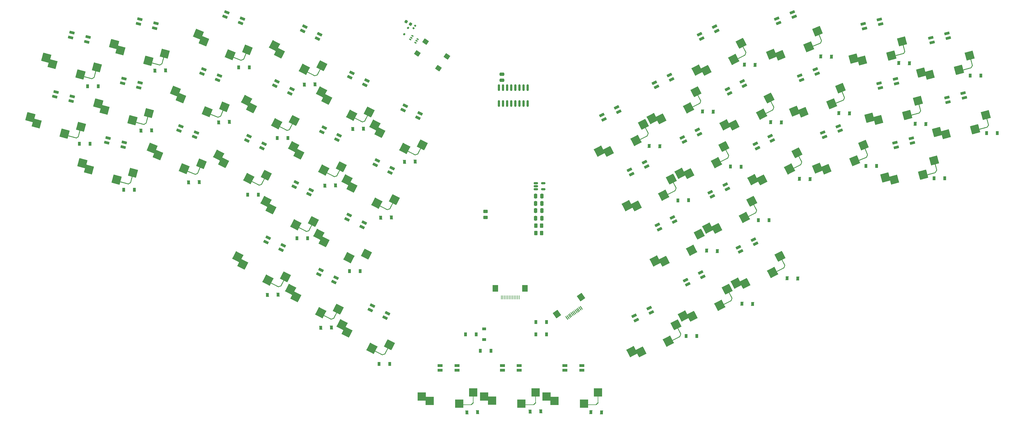
<source format=gbr>
%TF.GenerationSoftware,KiCad,Pcbnew,(6.0.4)*%
%TF.CreationDate,2023-01-08T04:04:53+01:00*%
%TF.ProjectId,Zazu,5a617a75-2e6b-4696-9361-645f70636258,rev?*%
%TF.SameCoordinates,Original*%
%TF.FileFunction,Paste,Bot*%
%TF.FilePolarity,Positive*%
%FSLAX46Y46*%
G04 Gerber Fmt 4.6, Leading zero omitted, Abs format (unit mm)*
G04 Created by KiCad (PCBNEW (6.0.4)) date 2023-01-08 04:04:53*
%MOMM*%
%LPD*%
G01*
G04 APERTURE LIST*
G04 Aperture macros list*
%AMRoundRect*
0 Rectangle with rounded corners*
0 $1 Rounding radius*
0 $2 $3 $4 $5 $6 $7 $8 $9 X,Y pos of 4 corners*
0 Add a 4 corners polygon primitive as box body*
4,1,4,$2,$3,$4,$5,$6,$7,$8,$9,$2,$3,0*
0 Add four circle primitives for the rounded corners*
1,1,$1+$1,$2,$3*
1,1,$1+$1,$4,$5*
1,1,$1+$1,$6,$7*
1,1,$1+$1,$8,$9*
0 Add four rect primitives between the rounded corners*
20,1,$1+$1,$2,$3,$4,$5,0*
20,1,$1+$1,$4,$5,$6,$7,0*
20,1,$1+$1,$6,$7,$8,$9,0*
20,1,$1+$1,$8,$9,$2,$3,0*%
%AMRotRect*
0 Rectangle, with rotation*
0 The origin of the aperture is its center*
0 $1 length*
0 $2 width*
0 $3 Rotation angle, in degrees counterclockwise*
0 Add horizontal line*
21,1,$1,$2,0,0,$3*%
G04 Aperture macros list end*
%ADD10RoundRect,0.082000X-0.718000X0.328000X-0.718000X-0.328000X0.718000X-0.328000X0.718000X0.328000X0*%
%ADD11RotRect,2.600000X2.600000X165.000000*%
%ADD12RotRect,2.550000X2.500000X165.000000*%
%ADD13RotRect,3.000000X0.250000X345.000000*%
%ADD14RoundRect,0.062500X-0.347636X-0.272877X0.410136X0.164623X0.347636X0.272877X-0.410136X-0.164623X0*%
%ADD15RotRect,4.000000X0.250000X75.000000*%
%ADD16RotRect,2.550000X2.500000X207.000000*%
%ADD17RotRect,2.600000X2.600000X207.000000*%
%ADD18RotRect,3.000000X0.250000X27.000000*%
%ADD19RoundRect,0.062500X-0.075754X-0.435401X0.194636X0.396774X0.075754X0.435401X-0.194636X-0.396774X0*%
%ADD20RotRect,4.000000X0.250000X117.000000*%
%ADD21RoundRect,0.082000X-0.778427X0.130992X-0.608642X-0.502656X0.778427X-0.130992X0.608642X0.502656X0*%
%ADD22RotRect,2.600000X2.600000X195.000000*%
%ADD23RotRect,2.550000X2.500000X195.000000*%
%ADD24RotRect,4.000000X0.250000X105.000000*%
%ADD25RoundRect,0.062500X-0.164623X-0.410136X0.272877X0.347636X0.164623X0.410136X-0.272877X-0.347636X0*%
%ADD26RotRect,3.000000X0.250000X15.000000*%
%ADD27RoundRect,0.082000X-0.490834X0.618215X-0.788652X0.033715X0.490834X-0.618215X0.788652X-0.033715X0*%
%ADD28RoundRect,0.082000X-0.788652X-0.033715X-0.490834X-0.618215X0.788652X0.033715X0.490834X0.618215X0*%
%ADD29RotRect,2.600000X2.600000X153.000000*%
%ADD30RotRect,2.550000X2.500000X153.000000*%
%ADD31RoundRect,0.082000X-0.608642X0.502656X-0.778427X-0.130992X0.608642X-0.502656X0.778427X0.130992X0*%
%ADD32RotRect,4.000000X0.250000X63.000000*%
%ADD33RoundRect,0.062500X-0.396774X-0.194636X0.435401X0.075754X0.396774X0.194636X-0.435401X-0.075754X0*%
%ADD34RotRect,3.000000X0.250000X333.000000*%
%ADD35R,2.600000X2.600000*%
%ADD36R,2.550000X2.500000*%
%ADD37R,3.000000X0.250000*%
%ADD38R,0.250000X4.000000*%
%ADD39RoundRect,0.062500X-0.265165X-0.353553X0.353553X0.265165X0.265165X0.353553X-0.353553X-0.265165X0*%
%ADD40RoundRect,0.082000X-0.788589X0.035149X-0.542847X-0.573084X0.788589X-0.035149X0.542847X0.573084X0*%
%ADD41RotRect,2.600000X2.600000X202.000000*%
%ADD42RotRect,2.550000X2.500000X202.000000*%
%ADD43RotRect,3.000000X0.250000X22.000000*%
%ADD44RotRect,4.000000X0.250000X112.000000*%
%ADD45RoundRect,0.062500X-0.113413X-0.427142X0.228476X0.378300X0.113413X0.427142X-0.228476X-0.378300X0*%
%ADD46RotRect,2.550000X2.500000X158.000000*%
%ADD47RotRect,2.600000X2.600000X158.000000*%
%ADD48RotRect,3.000000X0.250000X338.000000*%
%ADD49RotRect,4.000000X0.250000X68.000000*%
%ADD50RoundRect,0.062500X-0.378300X-0.228476X0.427142X0.113413X0.378300X0.228476X-0.427142X-0.113413X0*%
%ADD51RoundRect,0.082000X-0.542847X0.573084X-0.788589X-0.035149X0.542847X-0.573084X0.788589X0.035149X0*%
%ADD52RotRect,0.900000X1.200000X358.000000*%
%ADD53R,0.900000X1.200000*%
%ADD54RotRect,0.650000X0.400000X148.000000*%
%ADD55RoundRect,0.150000X0.034471X-0.227896X0.219943X0.068921X-0.034471X0.227896X-0.219943X-0.068921X0*%
%ADD56RoundRect,0.250000X0.250000X0.475000X-0.250000X0.475000X-0.250000X-0.475000X0.250000X-0.475000X0*%
%ADD57R,0.280000X1.250000*%
%ADD58R,1.800000X2.000000*%
%ADD59RotRect,0.900000X1.200000X2.000000*%
%ADD60RoundRect,0.150000X0.150000X-0.825000X0.150000X0.825000X-0.150000X0.825000X-0.150000X-0.825000X0*%
%ADD61RoundRect,0.140000X-0.069979X0.208813X-0.218357X-0.028640X0.069979X-0.208813X0.218357X0.028640X0*%
%ADD62RotRect,0.280000X1.250000X35.000000*%
%ADD63RotRect,1.800000X2.000000X35.000000*%
%ADD64RoundRect,0.250000X0.262500X0.450000X-0.262500X0.450000X-0.262500X-0.450000X0.262500X-0.450000X0*%
%ADD65RoundRect,0.250000X-0.262500X-0.450000X0.262500X-0.450000X0.262500X0.450000X-0.262500X0.450000X0*%
%ADD66RotRect,0.900000X1.200000X1.000000*%
%ADD67RoundRect,0.250000X0.450000X-0.262500X0.450000X0.262500X-0.450000X0.262500X-0.450000X-0.262500X0*%
%ADD68RoundRect,0.218750X-0.321302X-0.101392X0.049719X-0.333232X0.321302X0.101392X-0.049719X0.333232X0*%
%ADD69RotRect,0.900000X1.200000X359.000000*%
%ADD70R,1.200000X0.900000*%
%ADD71RoundRect,0.250000X-0.250000X-0.475000X0.250000X-0.475000X0.250000X0.475000X-0.250000X0.475000X0*%
%ADD72RoundRect,0.150000X-0.512500X-0.150000X0.512500X-0.150000X0.512500X0.150000X-0.512500X0.150000X0*%
%ADD73RoundRect,0.250000X0.475000X-0.250000X0.475000X0.250000X-0.475000X0.250000X-0.475000X-0.250000X0*%
%ADD74RotRect,1.600000X1.400000X325.000000*%
G04 APERTURE END LIST*
D10*
%TO.C,D73*%
X239840436Y-173514437D03*
X239840436Y-175014437D03*
X245040436Y-175014437D03*
X245040436Y-173514437D03*
%TD*%
D11*
%TO.C,SW7*%
X95429014Y-92557285D03*
D12*
X97431697Y-94474244D03*
D11*
X106012871Y-97674253D03*
D13*
X108154148Y-98604182D03*
D14*
X109939451Y-98783023D03*
D15*
X110805368Y-96675723D03*
D12*
X111095576Y-95502444D03*
%TD*%
D16*
%TO.C,SW26*%
X295560952Y-148119292D03*
D17*
X292789973Y-148034770D03*
D18*
X306292755Y-144013713D03*
D19*
X307739161Y-142952018D03*
D16*
X306403194Y-139740473D03*
D17*
X304079231Y-144755436D03*
D20*
X306972603Y-140806577D03*
%TD*%
D21*
%TO.C,D42*%
X341967477Y-104647526D03*
X342355705Y-106096415D03*
X347378520Y-104750556D03*
X346990291Y-103301667D03*
%TD*%
D12*
%TO.C,SW40*%
X92558887Y-112891891D03*
D11*
X90556204Y-110974932D03*
D15*
X105932558Y-115093370D03*
D13*
X103281338Y-117021829D03*
D14*
X105066641Y-117200670D03*
D12*
X106222766Y-113920091D03*
D11*
X101140061Y-116091900D03*
%TD*%
D22*
%TO.C,SW44*%
X354997140Y-101350328D03*
D23*
X357689993Y-102009123D03*
D24*
X370372672Y-97228823D03*
D22*
X366721513Y-100489825D03*
D25*
X370676416Y-99486757D03*
D26*
X369040879Y-100224528D03*
D23*
X370037360Y-96067629D03*
%TD*%
D22*
%TO.C,SW34*%
X329112229Y-78602702D03*
D23*
X331805082Y-79261497D03*
D24*
X344487761Y-74481197D03*
D23*
X344152449Y-73320003D03*
D22*
X340836602Y-77742199D03*
D25*
X344791505Y-76739131D03*
D26*
X343155968Y-77476902D03*
%TD*%
D27*
%TO.C,D85*%
X148049543Y-133999589D03*
X147368557Y-135336098D03*
X152001791Y-137696849D03*
X152682777Y-136360339D03*
%TD*%
D11*
%TO.C,SW39*%
X74445642Y-96750932D03*
D12*
X76448325Y-98667891D03*
D11*
X85029499Y-101867900D03*
D13*
X87170776Y-102797829D03*
D12*
X90112204Y-99696091D03*
D14*
X88956079Y-102976670D03*
D15*
X89821996Y-100869370D03*
%TD*%
D21*
%TO.C,D56*%
X337039123Y-86244201D03*
X337427351Y-87693090D03*
X342450166Y-86347231D03*
X342061937Y-84898342D03*
%TD*%
D28*
%TO.C,D50*%
X251211132Y-96101430D03*
X251892118Y-97437940D03*
X256525352Y-95077189D03*
X255844366Y-93740680D03*
%TD*%
D29*
%TO.C,SW20*%
X163741242Y-132956793D03*
D30*
X165301602Y-135248243D03*
X178453119Y-139094854D03*
D29*
X173029938Y-140162451D03*
%TD*%
D28*
%TO.C,D57*%
X267513306Y-86059334D03*
X268194292Y-87395844D03*
X272827526Y-85035093D03*
X272146540Y-83698584D03*
%TD*%
D31*
%TO.C,D48*%
X98517320Y-103190161D03*
X98129091Y-104639050D03*
X103151906Y-105984909D03*
X103540134Y-104536020D03*
%TD*%
D21*
%TO.C,D49*%
X357999283Y-90627961D03*
X358387511Y-92076850D03*
X363410326Y-90730991D03*
X363022097Y-89282102D03*
%TD*%
D16*
%TO.C,SW21*%
X279224413Y-158291101D03*
D17*
X276453434Y-158206579D03*
D19*
X291402622Y-153123827D03*
D20*
X290636064Y-150978386D03*
D18*
X289956216Y-154185522D03*
D17*
X287742692Y-154927245D03*
D16*
X290066655Y-149912282D03*
%TD*%
D31*
%TO.C,D46*%
X87301632Y-70632043D03*
X86913403Y-72080932D03*
X91936218Y-73426791D03*
X92324446Y-71977902D03*
%TD*%
D23*
%TO.C,SW43*%
X341658187Y-116028688D03*
D22*
X338965334Y-115369893D03*
D25*
X354644610Y-113506322D03*
D24*
X354340866Y-111248388D03*
D23*
X354005554Y-110087194D03*
D26*
X353009073Y-114244093D03*
D22*
X350689707Y-114509390D03*
%TD*%
D17*
%TO.C,SW23*%
X267766347Y-141175660D03*
D16*
X270537326Y-141260182D03*
D17*
X279055605Y-137896326D03*
D16*
X281379568Y-132881363D03*
%TD*%
D28*
%TO.C,D51*%
X293496559Y-136926574D03*
X294177545Y-138263084D03*
X298810779Y-135902333D03*
X298129793Y-134565824D03*
%TD*%
D17*
%TO.C,SW25*%
X275432539Y-114096653D03*
D16*
X278203518Y-114181175D03*
X289045760Y-105802356D03*
D18*
X288935321Y-110075596D03*
D20*
X289615169Y-106868460D03*
D17*
X286721797Y-110817319D03*
D19*
X290381727Y-109013901D03*
%TD*%
D30*
%TO.C,SW4*%
X151525731Y-76979940D03*
D29*
X149965371Y-74688490D03*
D30*
X164677248Y-80826551D03*
D29*
X159254067Y-81894148D03*
D32*
X164149442Y-81913854D03*
D33*
X162864315Y-83795070D03*
D34*
X161155210Y-83248952D03*
%TD*%
D27*
%TO.C,D61*%
X150741594Y-85660019D03*
X150060608Y-86996528D03*
X154693842Y-89357279D03*
X155374828Y-88020769D03*
%TD*%
%TO.C,D84*%
X173146933Y-126997347D03*
X172465947Y-128333856D03*
X177099181Y-130694607D03*
X177780167Y-129358097D03*
%TD*%
D31*
%TO.C,D91*%
X82406758Y-88966161D03*
X82018529Y-90415050D03*
X87041344Y-91760909D03*
X87429572Y-90312020D03*
%TD*%
D27*
%TO.C,D90*%
X190426234Y-93211642D03*
X189745248Y-94548151D03*
X194378482Y-96908902D03*
X195059468Y-95572392D03*
%TD*%
D30*
%TO.C,SW8*%
X166144939Y-91276920D03*
D29*
X164584579Y-88985470D03*
D34*
X175774418Y-97545932D03*
D32*
X178768650Y-96210834D03*
D30*
X179296456Y-95123531D03*
D33*
X177483523Y-98092050D03*
D29*
X173873275Y-96191128D03*
%TD*%
D31*
%TO.C,D83*%
X103386944Y-84775086D03*
X102998715Y-86223975D03*
X108021530Y-87569834D03*
X108409758Y-86120945D03*
%TD*%
D35*
%TO.C,SW22*%
X234167848Y-183091129D03*
D36*
X236598436Y-184424437D03*
X250062848Y-181881129D03*
D37*
X248024436Y-185638476D03*
D38*
X250086195Y-183089541D03*
D39*
X249795192Y-185349153D03*
D35*
X245715437Y-185294437D03*
%TD*%
D10*
%TO.C,D59*%
X201234852Y-173514438D03*
X201234852Y-175014438D03*
X206434852Y-175014438D03*
X206434852Y-173514438D03*
%TD*%
D40*
%TO.C,D88*%
X319612761Y-101489393D03*
X320174670Y-102880169D03*
X324996026Y-100932215D03*
X324434117Y-99541439D03*
%TD*%
D27*
%TO.C,D67*%
X159367411Y-68730898D03*
X158686425Y-70067407D03*
X163319659Y-72428158D03*
X164000645Y-71091648D03*
%TD*%
D41*
%TO.C,SW33*%
X310823193Y-94877241D03*
D42*
X313576261Y-95202948D03*
D43*
X324625050Y-92048331D03*
D41*
X322355305Y-92594310D03*
D44*
X325581833Y-88912651D03*
D42*
X325107507Y-87800977D03*
D45*
X326158485Y-91116738D03*
%TD*%
D29*
%TO.C,SW16*%
X155017827Y-149995069D03*
D30*
X156578187Y-152286519D03*
D34*
X166207666Y-158555531D03*
D33*
X167916771Y-159101649D03*
D30*
X169729704Y-156133130D03*
D29*
X164306523Y-157200727D03*
D32*
X169201898Y-157220433D03*
%TD*%
D17*
%TO.C,SW28*%
X280756050Y-82202906D03*
D16*
X283527029Y-82287428D03*
D18*
X294258832Y-78181849D03*
D20*
X294938680Y-74974713D03*
D17*
X292045308Y-78923572D03*
D19*
X295705238Y-77120154D03*
D16*
X294369271Y-73908609D03*
%TD*%
D29*
%TO.C,SW5*%
X141339553Y-91617611D03*
D30*
X142899913Y-93909061D03*
D29*
X150628249Y-98823269D03*
D33*
X154238497Y-100724191D03*
D30*
X156051430Y-97755672D03*
D32*
X155523624Y-98842975D03*
D34*
X152529392Y-100178073D03*
%TD*%
D28*
%TO.C,D72*%
X298714270Y-104952957D03*
X299395256Y-106289467D03*
X304028490Y-103928716D03*
X303347504Y-102592207D03*
%TD*%
D10*
%TO.C,D66*%
X220514848Y-173511130D03*
X220514848Y-175011130D03*
X225714848Y-175011130D03*
X225714848Y-173511130D03*
%TD*%
D29*
%TO.C,SW15*%
X147332941Y-122843722D03*
D30*
X148893301Y-125135172D03*
D34*
X158522780Y-131404184D03*
D32*
X161517012Y-130069086D03*
D30*
X162044818Y-128981783D03*
D33*
X160231885Y-131950302D03*
D29*
X156621637Y-130049380D03*
%TD*%
D23*
%TO.C,SW45*%
X352722629Y-83602417D03*
D22*
X350029776Y-82943622D03*
D24*
X365405308Y-78822117D03*
D23*
X365069996Y-77660923D03*
D26*
X364073515Y-81817822D03*
D22*
X361754149Y-82083119D03*
D25*
X365709052Y-81080051D03*
%TD*%
D28*
%TO.C,D44*%
X259836951Y-113030556D03*
X260517937Y-114367066D03*
X265151171Y-112006315D03*
X264470185Y-110669806D03*
%TD*%
%TO.C,D65*%
X284764942Y-119917586D03*
X285445928Y-121254096D03*
X290079162Y-118893345D03*
X289398176Y-117556836D03*
%TD*%
D27*
%TO.C,D41*%
X164419867Y-144037476D03*
X163738881Y-145373985D03*
X168372115Y-147734736D03*
X169053101Y-146398226D03*
%TD*%
D22*
%TO.C,SW31*%
X334038454Y-96962749D03*
D23*
X336731307Y-97621544D03*
D26*
X348082193Y-95836949D03*
D25*
X349717730Y-95099178D03*
D23*
X349078674Y-91680050D03*
D22*
X345762827Y-96102246D03*
D24*
X349413986Y-92841244D03*
%TD*%
D30*
%TO.C,SW41*%
X172437431Y-163256079D03*
D29*
X170877071Y-160964629D03*
D33*
X183776015Y-170071209D03*
D32*
X185061142Y-168189993D03*
D30*
X185588948Y-167102690D03*
D29*
X180165767Y-168170287D03*
D34*
X182066910Y-169525091D03*
%TD*%
D16*
%TO.C,SW30*%
X300778663Y-116145675D03*
D17*
X298007684Y-116061153D03*
D18*
X311510466Y-112040096D03*
D17*
X309296942Y-112781819D03*
D16*
X311620905Y-107766856D03*
D20*
X312190314Y-108832960D03*
D19*
X312956872Y-110978401D03*
%TD*%
D16*
%TO.C,SW42*%
X263340828Y-169349461D03*
D17*
X260569849Y-169264939D03*
D18*
X274072631Y-165243882D03*
D17*
X271859107Y-165985605D03*
D19*
X275519037Y-164182187D03*
D16*
X274183070Y-160970642D03*
D20*
X274752479Y-162036746D03*
%TD*%
D28*
%TO.C,D64*%
X281462634Y-71094710D03*
X282143620Y-72431220D03*
X286776854Y-70070469D03*
X286095868Y-68733960D03*
%TD*%
D46*
%TO.C,SW6*%
X113936623Y-108438711D03*
D47*
X112182487Y-106291975D03*
D46*
X127373348Y-111124454D03*
D47*
X122063851Y-112660649D03*
D48*
X124075838Y-113844603D03*
D49*
X126942316Y-112253620D03*
D50*
X125826037Y-114239684D03*
%TD*%
D36*
%TO.C,SW12*%
X197992854Y-184424439D03*
D35*
X195562266Y-183091131D03*
D38*
X211480613Y-183089543D03*
D36*
X211457266Y-181881131D03*
D35*
X207109855Y-185294439D03*
D37*
X209418854Y-185638478D03*
D39*
X211189610Y-185349155D03*
%TD*%
D27*
%TO.C,D54*%
X165360798Y-99957003D03*
X164679812Y-101293512D03*
X169313046Y-103654263D03*
X169994032Y-102317753D03*
%TD*%
D46*
%TO.C,SW1*%
X128171668Y-73205723D03*
D47*
X126417532Y-71058987D03*
X136298896Y-77427661D03*
D46*
X141608393Y-75891466D03*
D48*
X138310883Y-78611615D03*
D50*
X140061082Y-79006696D03*
D49*
X141177361Y-77020632D03*
%TD*%
D40*
%TO.C,D71*%
X305377714Y-66256406D03*
X305939623Y-67647182D03*
X310760979Y-65699228D03*
X310199070Y-64308452D03*
%TD*%
D27*
%TO.C,D69*%
X156734981Y-116886128D03*
X156053995Y-118222637D03*
X160687229Y-120583388D03*
X161368215Y-119246878D03*
%TD*%
D28*
%TO.C,D58*%
X268473580Y-130063421D03*
X269154566Y-131399931D03*
X273787800Y-129039180D03*
X273106814Y-127702671D03*
%TD*%
%TO.C,D86*%
X276139123Y-102988458D03*
X276820109Y-104324968D03*
X281453343Y-101964217D03*
X280772357Y-100627708D03*
%TD*%
D30*
%TO.C,SW11*%
X140207861Y-142248634D03*
D29*
X138647501Y-139957184D03*
D32*
X152831572Y-147182548D03*
D34*
X149837340Y-148517646D03*
D33*
X151546445Y-149063764D03*
D30*
X153359378Y-146095245D03*
D29*
X147936197Y-147162842D03*
%TD*%
D27*
%TO.C,D52*%
X180282762Y-155005183D03*
X179601776Y-156341692D03*
X184235010Y-158702443D03*
X184915996Y-157365933D03*
%TD*%
D40*
%TO.C,D63*%
X312495235Y-83872898D03*
X313057144Y-85263674D03*
X317878500Y-83315720D03*
X317316591Y-81924944D03*
%TD*%
D16*
%TO.C,SW19*%
X261901344Y-124223275D03*
D17*
X259130365Y-124138753D03*
D16*
X272743586Y-115844456D03*
D18*
X272633147Y-120117696D03*
D20*
X273312995Y-116910560D03*
D19*
X274079553Y-119056001D03*
D17*
X270419623Y-120859419D03*
%TD*%
D27*
%TO.C,D62*%
X142115772Y-102589145D03*
X141434786Y-103925654D03*
X146068020Y-106286405D03*
X146749006Y-104949895D03*
%TD*%
D12*
%TO.C,SW3*%
X102341746Y-76103855D03*
D11*
X100339063Y-74186896D03*
D12*
X116005625Y-77132055D03*
D11*
X110922920Y-79303864D03*
D15*
X115715417Y-78305334D03*
D13*
X113064197Y-80233793D03*
D14*
X114849500Y-80412634D03*
%TD*%
D21*
%TO.C,D87*%
X332112898Y-67884155D03*
X332501126Y-69333044D03*
X337523941Y-67987185D03*
X337135712Y-66538296D03*
%TD*%
D51*
%TO.C,D60*%
X135264557Y-64304622D03*
X134702648Y-65695398D03*
X139524004Y-67643352D03*
X140085913Y-66252576D03*
%TD*%
D29*
%TO.C,SW10*%
X132713733Y-108546737D03*
D30*
X134274093Y-110838187D03*
D33*
X145612677Y-117653317D03*
D30*
X147425610Y-114684798D03*
D34*
X143903572Y-117107199D03*
D29*
X142002429Y-115752395D03*
D32*
X146897804Y-115772101D03*
%TD*%
D41*
%TO.C,SW32*%
X303705673Y-77260749D03*
D42*
X306458741Y-77586456D03*
D43*
X317507530Y-74431839D03*
D42*
X317989987Y-70184485D03*
D45*
X319040965Y-73500246D03*
D41*
X315237785Y-74977818D03*
D44*
X318464313Y-71296159D03*
%TD*%
D21*
%TO.C,D92*%
X353031919Y-72221255D03*
X353420147Y-73670144D03*
X358442962Y-72324285D03*
X358054733Y-70875396D03*
%TD*%
D29*
%TO.C,SW9*%
X155958757Y-105914597D03*
D30*
X157519117Y-108206047D03*
D33*
X168857701Y-115021177D03*
D30*
X170670634Y-112052658D03*
D29*
X165247453Y-113120255D03*
D32*
X170142828Y-113139961D03*
D34*
X167148596Y-114475059D03*
%TD*%
D30*
%TO.C,SW13*%
X182584553Y-101460685D03*
D29*
X181024193Y-99169235D03*
X190312889Y-106374893D03*
D33*
X193923137Y-108275815D03*
D34*
X192214032Y-107729697D03*
D30*
X195736070Y-105307296D03*
D32*
X195208264Y-106394599D03*
%TD*%
D27*
%TO.C,D47*%
X181800412Y-110140765D03*
X181119426Y-111477274D03*
X185752660Y-113838025D03*
X186433646Y-112501515D03*
%TD*%
D11*
%TO.C,SW38*%
X79340516Y-78416814D03*
D12*
X81343199Y-80333773D03*
X95007078Y-81361973D03*
D14*
X93850953Y-84642552D03*
D13*
X92065650Y-84463711D03*
D11*
X89924373Y-83533782D03*
D15*
X94716870Y-82535252D03*
%TD*%
D16*
%TO.C,SW18*%
X253275524Y-107294149D03*
D17*
X250504545Y-107209627D03*
D18*
X264007327Y-103188570D03*
D16*
X264117766Y-98915330D03*
D17*
X261793803Y-103930293D03*
D20*
X264687175Y-99981434D03*
D19*
X265453733Y-102126875D03*
%TD*%
D28*
%TO.C,D89*%
X261277082Y-158152700D03*
X261958068Y-159489210D03*
X266591302Y-157128459D03*
X265910316Y-155791950D03*
%TD*%
D16*
%TO.C,SW24*%
X269577697Y-97252052D03*
D17*
X266806718Y-97167530D03*
D19*
X281755906Y-92084778D03*
D18*
X280309500Y-93146473D03*
D20*
X280989348Y-89939337D03*
D16*
X280419939Y-88873233D03*
D17*
X278095976Y-93888196D03*
%TD*%
D36*
%TO.C,SW17*%
X217272848Y-184421130D03*
D35*
X214842260Y-183087822D03*
D39*
X230469604Y-185345846D03*
D36*
X230737260Y-181877822D03*
D38*
X230760607Y-183086234D03*
D35*
X226389849Y-185291130D03*
D37*
X228698848Y-185635169D03*
%TD*%
D28*
%TO.C,D70*%
X290088454Y-88023835D03*
X290769440Y-89360345D03*
X295402674Y-86999594D03*
X294721688Y-85663085D03*
%TD*%
%TO.C,D45*%
X277160020Y-147098382D03*
X277841006Y-148434892D03*
X282474240Y-146074141D03*
X281793254Y-144737632D03*
%TD*%
D51*
%TO.C,D55*%
X121029509Y-99537609D03*
X120467600Y-100928385D03*
X125288956Y-102876339D03*
X125850865Y-101485563D03*
%TD*%
D16*
%TO.C,SW29*%
X292152847Y-99216553D03*
D17*
X289381868Y-99132031D03*
D19*
X304331056Y-94049279D03*
D16*
X302995089Y-90837734D03*
D18*
X302884650Y-95110974D03*
D20*
X303564498Y-91903838D03*
D17*
X300671126Y-95852697D03*
%TD*%
D41*
%TO.C,SW46*%
X317940720Y-112493735D03*
D42*
X320693788Y-112819442D03*
D45*
X333276012Y-108733232D03*
D44*
X332699360Y-106529145D03*
D42*
X332225034Y-105417471D03*
D43*
X331742577Y-109664825D03*
D41*
X329472832Y-110210804D03*
%TD*%
D46*
%TO.C,SW2*%
X121054435Y-90822625D03*
D47*
X119300299Y-88675889D03*
D49*
X134060128Y-94637534D03*
D48*
X131193650Y-96228517D03*
D46*
X134491160Y-93508368D03*
D47*
X129181663Y-95044563D03*
D50*
X132943849Y-96623598D03*
%TD*%
D31*
%TO.C,D53*%
X108296995Y-66404695D03*
X107908766Y-67853584D03*
X112931581Y-69199443D03*
X113319809Y-67750554D03*
%TD*%
D17*
%TO.C,SW27*%
X284058355Y-131025782D03*
D16*
X286829334Y-131110304D03*
D19*
X299007543Y-125943030D03*
D20*
X298240985Y-123797589D03*
D17*
X295347613Y-127746448D03*
D18*
X297561137Y-127004725D03*
D16*
X297671576Y-122731485D03*
%TD*%
D30*
%TO.C,SW14*%
X173958731Y-118389810D03*
D29*
X172398371Y-116098360D03*
D32*
X186582442Y-123323724D03*
D30*
X187110248Y-122236421D03*
D29*
X181687067Y-123304018D03*
D33*
X185297315Y-125204940D03*
D34*
X183588210Y-124658822D03*
%TD*%
D27*
%TO.C,D74*%
X173986620Y-83027877D03*
X173305634Y-84364386D03*
X177938868Y-86725137D03*
X178619854Y-85388627D03*
%TD*%
D51*
%TO.C,D68*%
X128147323Y-81921524D03*
X127585414Y-83312300D03*
X132406770Y-85260254D03*
X132968679Y-83869478D03*
%TD*%
D52*
%TO.C,D29*%
X303505441Y-98260854D03*
X306803431Y-98376022D03*
%TD*%
D53*
%TO.C,D39*%
X230860436Y-160040438D03*
X234160436Y-160040438D03*
%TD*%
D54*
%TO.C,U6*%
X194302529Y-72616630D03*
X193958082Y-73167861D03*
X193613634Y-73719093D03*
X192002343Y-72712246D03*
X192346790Y-72161015D03*
X192691238Y-71609783D03*
%TD*%
D55*
%TO.C,D40*%
X190131277Y-71078492D03*
X191323595Y-69170384D03*
%TD*%
D56*
%TO.C,C4*%
X232673275Y-121136078D03*
X230773275Y-121136078D03*
%TD*%
D53*
%TO.C,D15*%
X156946436Y-134132438D03*
X160246436Y-134132438D03*
%TD*%
D57*
%TO.C,J2*%
X220142000Y-152428000D03*
X220642000Y-152428000D03*
X221142000Y-152428000D03*
X221642000Y-152428000D03*
X222142000Y-152428000D03*
X222642000Y-152428000D03*
X223142000Y-152428000D03*
X223642000Y-152428000D03*
X224142000Y-152428000D03*
X224642000Y-152428000D03*
X225142000Y-152428000D03*
X225642000Y-152428000D03*
D58*
X227442000Y-149704000D03*
X218342000Y-149704000D03*
%TD*%
D59*
%TO.C,D3*%
X112972349Y-82374022D03*
X116270339Y-82258854D03*
%TD*%
D52*
%TO.C,D23*%
X283683441Y-137996854D03*
X286981431Y-138112022D03*
%TD*%
D60*
%TO.C,U2*%
X228286347Y-92557081D03*
X227016347Y-92557081D03*
X225746347Y-92557081D03*
X224476347Y-92557081D03*
X223206347Y-92557081D03*
X221936347Y-92557081D03*
X220666347Y-92557081D03*
X219396347Y-92557081D03*
X219396347Y-87607081D03*
X220666347Y-87607081D03*
X221936347Y-87607081D03*
X223206347Y-87607081D03*
X224476347Y-87607081D03*
X225746347Y-87607081D03*
X227016347Y-87607081D03*
X228286347Y-87607081D03*
%TD*%
D53*
%TO.C,D37*%
X213622000Y-168964003D03*
X216922000Y-168964003D03*
%TD*%
D61*
%TO.C,C6*%
X193521797Y-68447375D03*
X193013075Y-69261501D03*
%TD*%
D53*
%TO.C,D10*%
X141706436Y-120670438D03*
X145006436Y-120670438D03*
%TD*%
D59*
%TO.C,D9*%
X165583441Y-117934022D03*
X168881431Y-117818854D03*
%TD*%
D53*
%TO.C,D27*%
X299694436Y-128544438D03*
X302994436Y-128544438D03*
%TD*%
D62*
%TO.C,J1*%
X240409538Y-158811267D03*
X240819114Y-158524479D03*
X241228690Y-158237691D03*
X241638266Y-157950903D03*
X242047842Y-157664114D03*
X242457418Y-157377326D03*
X242866994Y-157090538D03*
X243276570Y-156803750D03*
X243686146Y-156516962D03*
X244095722Y-156230173D03*
X244505298Y-155943385D03*
X244914874Y-155656597D03*
D63*
X244826926Y-152392789D03*
X237372642Y-157612335D03*
%TD*%
D52*
%TO.C,D22*%
X247879441Y-187922854D03*
X251177431Y-188038022D03*
%TD*%
D64*
%TO.C,R1*%
X232635773Y-132566079D03*
X230810773Y-132566079D03*
%TD*%
D65*
%TO.C,R2*%
X230810775Y-130280080D03*
X232635775Y-130280080D03*
%TD*%
D66*
%TO.C,D19*%
X274802687Y-122477234D03*
X278102185Y-122419642D03*
%TD*%
D53*
%TO.C,D81*%
X370306436Y-101620438D03*
X373606436Y-101620438D03*
%TD*%
D52*
%TO.C,D21*%
X294615441Y-154394854D03*
X297913431Y-154510022D03*
%TD*%
D67*
%TO.C,R3*%
X215272001Y-127712503D03*
X215272001Y-125887503D03*
%TD*%
D53*
%TO.C,D82*%
X365226436Y-83840438D03*
X368526436Y-83840438D03*
%TD*%
%TO.C,D38*%
X230860436Y-163850438D03*
X234160436Y-163850438D03*
%TD*%
D59*
%TO.C,D16*%
X164313441Y-161876022D03*
X167611431Y-161760854D03*
%TD*%
D52*
%TO.C,D24*%
X282423441Y-94958854D03*
X285721431Y-95074022D03*
%TD*%
D59*
%TO.C,D17*%
X229083441Y-187784022D03*
X232381431Y-187668854D03*
%TD*%
D52*
%TO.C,D30*%
X312395441Y-115786854D03*
X315693431Y-115902022D03*
%TD*%
D59*
%TO.C,D7*%
X108687441Y-100916022D03*
X111985431Y-100800854D03*
%TD*%
D68*
%TO.C,F1*%
X190694598Y-67167127D03*
X192030274Y-68001749D03*
%TD*%
D53*
%TO.C,D80*%
X354050436Y-115590438D03*
X357350436Y-115590438D03*
%TD*%
D69*
%TO.C,D25*%
X291058687Y-112005642D03*
X294358185Y-112063234D03*
%TD*%
D70*
%TO.C,D35*%
X214857436Y-162234004D03*
X214857436Y-165534004D03*
%TD*%
D53*
%TO.C,D20*%
X173202436Y-144292438D03*
X176502436Y-144292438D03*
%TD*%
D59*
%TO.C,D6*%
X123419441Y-116918022D03*
X126717431Y-116802854D03*
%TD*%
%TO.C,D14*%
X182855441Y-127840022D03*
X186153431Y-127724854D03*
%TD*%
D52*
%TO.C,D34*%
X343129441Y-79972854D03*
X346427431Y-80088022D03*
%TD*%
D53*
%TO.C,D5*%
X150850436Y-103144438D03*
X154150436Y-103144438D03*
%TD*%
D71*
%TO.C,C3*%
X230773275Y-123422082D03*
X232673275Y-123422082D03*
%TD*%
D59*
%TO.C,D2*%
X132753441Y-98322022D03*
X136051431Y-98206854D03*
%TD*%
D52*
%TO.C,D18*%
X265913441Y-105626854D03*
X269211431Y-105742022D03*
%TD*%
D59*
%TO.C,D12*%
X209525441Y-188038022D03*
X212823431Y-187922854D03*
%TD*%
D53*
%TO.C,D1*%
X138912436Y-81300438D03*
X142212436Y-81300438D03*
%TD*%
%TO.C,D78*%
X182346436Y-172994438D03*
X185646436Y-172994438D03*
%TD*%
D52*
%TO.C,D32*%
X318999441Y-77940854D03*
X322297431Y-78056022D03*
%TD*%
D59*
%TO.C,D4*%
X159233441Y-86692022D03*
X162531431Y-86576854D03*
%TD*%
D53*
%TO.C,D77*%
X103352436Y-119146438D03*
X106652436Y-119146438D03*
%TD*%
%TO.C,D79*%
X277342436Y-164358438D03*
X280642436Y-164358438D03*
%TD*%
D52*
%TO.C,D28*%
X295377441Y-80480854D03*
X298675431Y-80596022D03*
%TD*%
D53*
%TO.C,D75*%
X92176436Y-87142438D03*
X95476436Y-87142438D03*
%TD*%
D52*
%TO.C,D26*%
X308585441Y-146520854D03*
X311883431Y-146636022D03*
%TD*%
D72*
%TO.C,U3*%
X230839772Y-119038078D03*
X230839772Y-118088078D03*
X230839772Y-117138078D03*
X233114772Y-117138078D03*
X233114772Y-119038078D03*
%TD*%
D52*
%TO.C,D31*%
X348209441Y-98768854D03*
X351507431Y-98884022D03*
%TD*%
D59*
%TO.C,D13*%
X190221441Y-110568022D03*
X193519431Y-110452854D03*
%TD*%
D73*
%TO.C,C5*%
X220351998Y-85332002D03*
X220351998Y-83432002D03*
%TD*%
D53*
%TO.C,D43*%
X332968436Y-111780438D03*
X336268436Y-111780438D03*
%TD*%
D71*
%TO.C,C1*%
X230773274Y-127994079D03*
X232673274Y-127994079D03*
%TD*%
D74*
%TO.C,SW35*%
X203295591Y-77941652D03*
X196742375Y-73353040D03*
X200714497Y-81627836D03*
X194161281Y-77039224D03*
%TD*%
D59*
%TO.C,D8*%
X174219440Y-100408022D03*
X177517430Y-100292854D03*
%TD*%
D71*
%TO.C,C2*%
X230773273Y-125627258D03*
X232673273Y-125627258D03*
%TD*%
D59*
%TO.C,D11*%
X147803441Y-151716022D03*
X151101431Y-151600854D03*
%TD*%
D53*
%TO.C,D36*%
X212349999Y-163884001D03*
X209049999Y-163884001D03*
%TD*%
%TO.C,D76*%
X89636436Y-104922438D03*
X92936436Y-104922438D03*
%TD*%
D52*
%TO.C,D33*%
X324587441Y-95466854D03*
X327885431Y-95582022D03*
%TD*%
M02*

</source>
